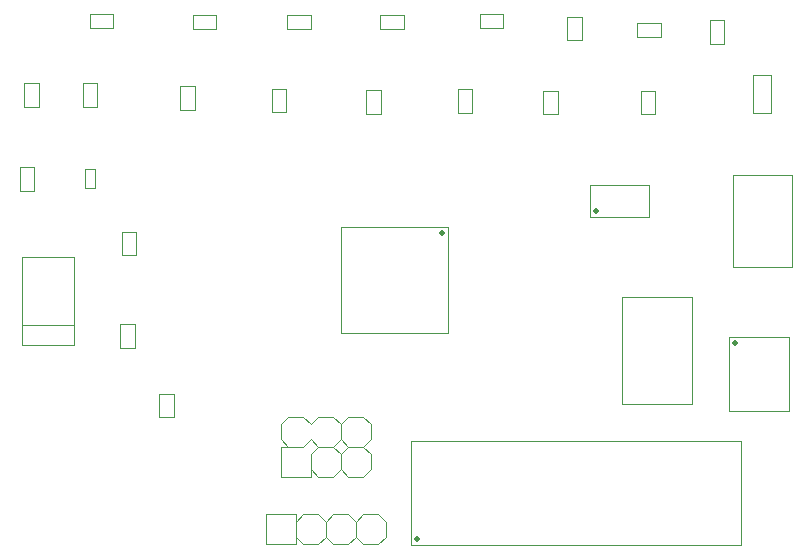
<source format=gm1>
G04*
G04 #@! TF.GenerationSoftware,Altium Limited,Altium Designer,20.0.13 (296)*
G04*
G04 Layer_Color=16711935*
%FSLAX44Y44*%
%MOMM*%
G71*
G01*
G75*
%ADD11C,0.5000*%
%ADD62C,0.1000*%
%ADD63C,0.0500*%
D11*
X877190Y571870D02*
D03*
X1147130Y737700D02*
D03*
X898520Y831210D02*
D03*
X1029020Y849520D02*
D03*
D62*
X872341Y654871D02*
X1152041D01*
Y566871D02*
Y654871D01*
X872341Y566871D02*
X1152041D01*
X872341D02*
Y653719D01*
Y654871D01*
X1004920Y1014222D02*
X1016920D01*
X1004920Y994230D02*
X1016920D01*
Y1014222D01*
X1004920Y994230D02*
Y1014222D01*
X604710Y869570D02*
Y885570D01*
X596709Y869570D02*
Y885570D01*
X604710D01*
X596709Y869570D02*
X604710D01*
X1142139Y742688D02*
X1192130D01*
Y680712D02*
Y742688D01*
X1142139Y680712D02*
X1192130D01*
X1142139D02*
Y742688D01*
X813520Y836210D02*
X903520D01*
X813520Y746210D02*
Y836210D01*
Y746210D02*
X903520D01*
Y836210D01*
X825500Y574040D02*
X831850Y567690D01*
X844550D01*
X850900Y574040D01*
Y586740D01*
X844550Y593090D02*
X850900Y586740D01*
X831850Y593090D02*
X844550D01*
X825500Y586740D02*
X831850Y593090D01*
X800100Y586740D02*
X806450Y593090D01*
X819150D01*
X825500Y586740D01*
Y574040D02*
Y586740D01*
X819150Y567690D02*
X825500Y574040D01*
X806450Y567690D02*
X819150D01*
X800100Y574040D02*
X806450Y567690D01*
X749300D02*
X774700D01*
Y574040D02*
X781050Y567690D01*
X793750D01*
X800100Y574040D01*
Y586740D01*
X793750Y593090D02*
X800100Y586740D01*
X781050Y593090D02*
X793750D01*
X774700Y586740D02*
X781050Y593090D01*
X749300Y567690D02*
Y593090D01*
X774700Y567690D02*
Y593090D01*
X749300D02*
X774700D01*
X541370Y887062D02*
X553370D01*
X541370Y867070D02*
X553370D01*
Y887062D01*
X541370Y867070D02*
Y887062D01*
X542899Y736431D02*
X587399D01*
X542899Y810434D02*
X587399D01*
X542900Y753180D02*
X587400D01*
X587399Y736431D02*
Y810434D01*
X542899Y736431D02*
Y810434D01*
X557180Y937928D02*
Y957920D01*
X545180Y937928D02*
Y957920D01*
X557180D01*
X545180Y937928D02*
X557180D01*
X677260Y935548D02*
X689260D01*
X677260Y955540D02*
X689260D01*
X677260Y935548D02*
Y955540D01*
X689260Y935548D02*
Y955540D01*
X659480Y675038D02*
X671480D01*
X659480Y695030D02*
X671480D01*
X659480Y675038D02*
Y695030D01*
X671480Y675038D02*
Y695030D01*
X606710Y938088D02*
Y958080D01*
X594710Y938088D02*
Y958080D01*
X606710D01*
X594710Y938088D02*
X606710D01*
X754730Y953262D02*
X766730D01*
X754730Y933270D02*
X766730D01*
Y953262D01*
X754730Y933270D02*
Y953262D01*
X600370Y1016920D02*
X620362D01*
X600370Y1004920D02*
X620362D01*
X600370D02*
Y1016920D01*
X620362Y1004920D02*
Y1016920D01*
X834740Y951992D02*
X846740D01*
X834740Y932000D02*
X846740D01*
Y951992D01*
X834740Y932000D02*
Y951992D01*
X627730Y812198D02*
X639730D01*
X627730Y832190D02*
X639730D01*
X627730Y812198D02*
Y832190D01*
X639730Y812198D02*
Y832190D01*
X1067150Y931578D02*
X1079150D01*
X1067150Y951570D02*
X1079150D01*
X1067150Y931578D02*
Y951570D01*
X1079150Y931578D02*
Y951570D01*
X984600Y931738D02*
X996600D01*
X984600Y951730D02*
X996600D01*
X984600Y931738D02*
Y951730D01*
X996600Y931738D02*
Y951730D01*
X912210Y933008D02*
X924210D01*
X912210Y953000D02*
X924210D01*
X912210Y933008D02*
Y953000D01*
X924210Y933008D02*
Y953000D01*
X819150Y650240D02*
X831850D01*
X793750D02*
X806450D01*
X762000D02*
X781050D01*
X819150Y675640D02*
X831850D01*
X793750D02*
X806450D01*
X819150Y624840D02*
X831850D01*
X793750D02*
X806450D01*
X768350Y675640D02*
X781050D01*
X762000Y624840D02*
X787400D01*
Y643890D01*
X762000Y624840D02*
Y650240D01*
X831850D02*
X838200Y656590D01*
X831850Y675640D02*
X838200Y669290D01*
X831850Y650240D02*
X838200Y643890D01*
X831850Y624840D02*
X838200Y631190D01*
X812800Y656590D02*
X819150Y650240D01*
X812800Y669290D02*
X819150Y675640D01*
X812800Y643890D02*
X819150Y650240D01*
X806450D02*
X812800Y656590D01*
X806450Y675640D02*
X812800Y669290D01*
X806450Y650240D02*
X812800Y643890D01*
Y631190D02*
X819150Y624840D01*
X806450D02*
X812800Y631190D01*
X787400Y656590D02*
X793750Y650240D01*
X787400Y669290D02*
X793750Y675640D01*
X787400Y643890D02*
X793750Y650240D01*
X781050D02*
X787400Y656590D01*
X781050Y675640D02*
X787400Y669290D01*
Y631190D02*
X793750Y624840D01*
X762000Y669290D02*
X768350Y675640D01*
X762000Y656590D02*
X768350Y650240D01*
X838200Y656590D02*
Y669290D01*
Y631190D02*
Y643890D01*
X812800Y656590D02*
Y669290D01*
Y631190D02*
Y643890D01*
X762000Y656590D02*
Y669290D01*
X687578Y1003650D02*
X707570D01*
X687578Y1015650D02*
X707570D01*
Y1003650D02*
Y1015650D01*
X687578Y1003650D02*
Y1015650D01*
X767748Y1003650D02*
X787740D01*
X767748Y1015650D02*
X787740D01*
Y1003650D02*
Y1015650D01*
X767748Y1003650D02*
Y1015650D01*
X1161920Y932690D02*
X1177420D01*
X1161920Y964690D02*
X1177420D01*
X1161920Y932690D02*
Y964690D01*
X1177420Y932690D02*
Y964690D01*
X1137570Y991268D02*
Y1011260D01*
X1125570Y991268D02*
Y1011260D01*
X1137570D01*
X1125570Y991268D02*
X1137570D01*
X1024020Y845018D02*
X1074020D01*
X1024020D02*
Y872018D01*
X1074020D01*
Y845018D02*
Y872018D01*
X1144980Y801920D02*
Y879920D01*
X1194980Y801920D02*
Y879920D01*
X1144980D02*
X1194980D01*
X1144980Y801920D02*
X1194980D01*
X846648Y1003650D02*
X866640D01*
X846648Y1015650D02*
X866640D01*
Y1003650D02*
Y1015650D01*
X846648Y1003650D02*
Y1015650D01*
X930570Y1016920D02*
X950562D01*
X930570Y1004920D02*
X950562D01*
X930570D02*
Y1016920D01*
X950562Y1004920D02*
Y1016920D01*
X626460Y753712D02*
X638460D01*
X626460Y733720D02*
X638460D01*
Y753712D01*
X626460Y733720D02*
Y753712D01*
X1063920Y1009300D02*
X1083912D01*
X1063920Y997300D02*
X1083912D01*
X1063920D02*
Y1009300D01*
X1083912Y997300D02*
Y1009300D01*
D63*
X1050771Y776519D02*
X1110771D01*
X1050771Y686519D02*
Y776519D01*
Y686519D02*
X1110771D01*
Y776519D01*
M02*

</source>
